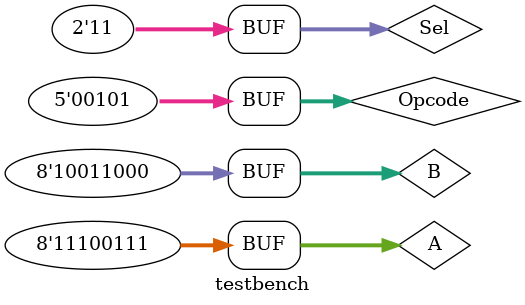
<source format=v>
`timescale 1ns / 1ps


module testbench;

	// Inputs
	reg [7:0] A;
	reg [7:0] B;
	reg [7:0] B;
	reg [4:0] Opcode;
	reg [1:0] Sel;

	// Outputs
	wire [15:0] ALU_Out;
	wire CarryOut;

	// Instantiate the Unit Under Test (UUT)
	ALU uut (
		.A(A), 
		.B(B), 
		.Opcode(Opcode), 
		.ALU_Out(ALU_Out), 
		.CarryOut(CarryOut)
	);

	initial begin
		// Initialize Inputs
		A = 8'b11100111;
		B = 8'b10011000;
		Sel = 2'b11;
		Opcode = 5'b00101;

		// Wait 100 ns for global reset to finish
		#100;
      

		// Add stimulus here

	end
      
endmodule


</source>
